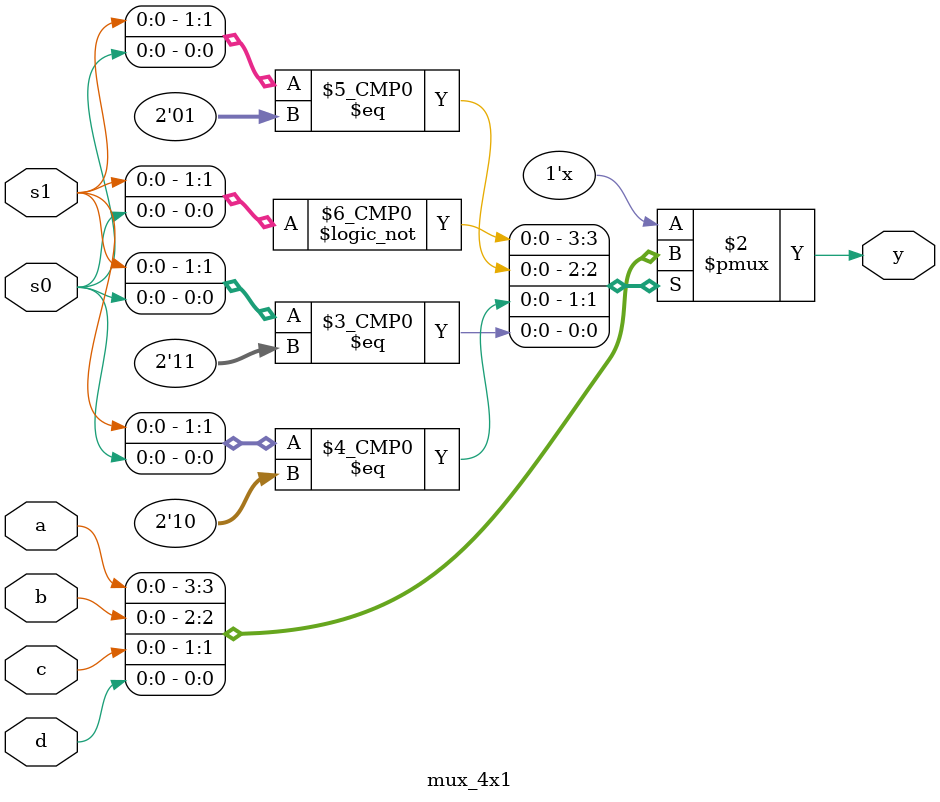
<source format=v>
module mux_10x1(i,s,y);
	input [9:0]i;
	input [3:0]s;
	output y;
	
	wire w1,w2,w3;
	
	mux_4x1 m1(i[0],i[1],i[2],i[3],s[1],s[0],w1);
	mux_4x1 m2(i[4],i[5],i[6],i[7],s[1],s[0],w2);
	mux_4x1 m3(i[8],i[9],1'b0,1'b0,s[1],s[0],w3);
	mux_4x1 m4(w1,w2,w3,1'b0,s[3],s[2],y);
endmodule


//this doesn't work correctly 
/*module mux_10x1(i,s,y);
	input [9:0]i;
	input [3:0]s;
	output y;
	
	wire w1,w2;
	
	mux_4x1 m1(i[0],i[1],i[2],i[3],s[1],s[0],w1);
	mux_4x1 m2(i[4],i[5],i[6],i[7],s[1],s[0],w2);
	mux_4x1 m3(w1,w2,i[8],i[9],s[3],s[2],y);
endmodule*/

module mux_4x1(a,b,c,d,s1,s0,y);
	input a,b,c,d,s1,s0;
	output reg y;
	
	always@(*)
		begin
			case({s1,s0})
				0: y = a;
				1: y = b;
				2: y = c;
				3: y = d;
			endcase
		end
endmodule
</source>
